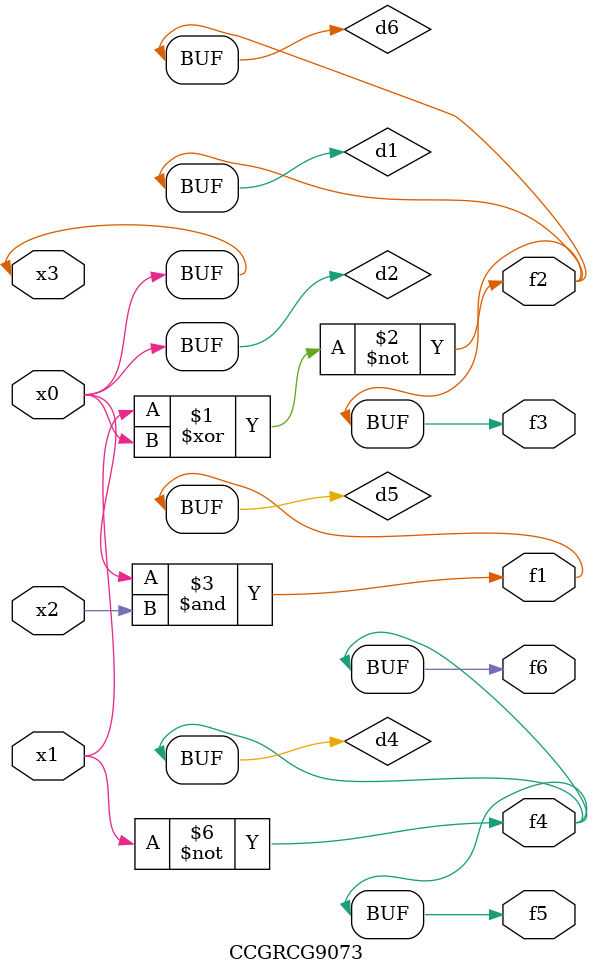
<source format=v>
module CCGRCG9073(
	input x0, x1, x2, x3,
	output f1, f2, f3, f4, f5, f6
);

	wire d1, d2, d3, d4, d5, d6;

	xnor (d1, x1, x3);
	buf (d2, x0, x3);
	nand (d3, x0, x2);
	not (d4, x1);
	nand (d5, d3);
	or (d6, d1);
	assign f1 = d5;
	assign f2 = d6;
	assign f3 = d6;
	assign f4 = d4;
	assign f5 = d4;
	assign f6 = d4;
endmodule

</source>
